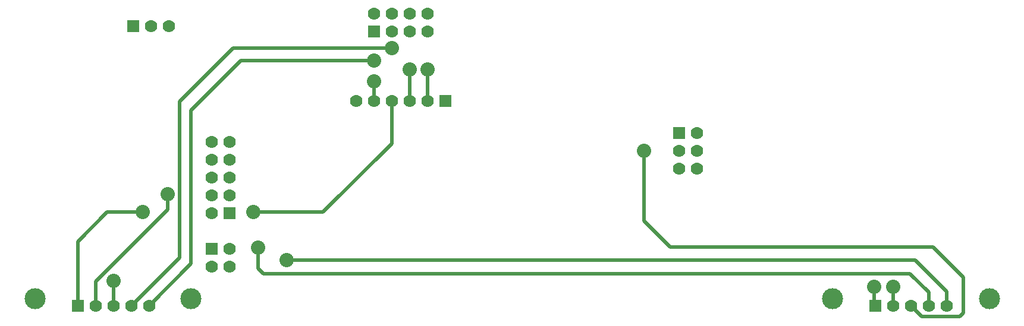
<source format=gbl>
%FSLAX24Y24*%
%MOIN*%
G70*
G01*
G75*
G04 Layer_Physical_Order=2*
G04 Layer_Color=16711680*
%ADD10C,0.0200*%
%ADD11C,0.0700*%
%ADD12R,0.0700X0.0700*%
%ADD13R,0.0700X0.0700*%
%ADD14C,0.0800*%
%ADD15C,0.1181*%
D10*
X61850Y31050D02*
X63550Y29350D01*
X47100Y31050D02*
X61850D01*
X45650Y32500D02*
X47100Y31050D01*
X24300Y29550D02*
X60550D01*
X60850Y30300D02*
X62600Y28550D01*
X25600Y30300D02*
X60850D01*
X13900Y27750D02*
Y31350D01*
X15550Y33000D01*
X17500D01*
X14900Y27750D02*
Y29100D01*
X18950Y33150D01*
Y34000D01*
X31500Y36850D02*
Y39250D01*
X27650Y33000D02*
X31500Y36850D01*
X23500Y33000D02*
X23750D01*
X27650D01*
X16900Y27750D02*
X19600Y30450D01*
Y39200D01*
X17900Y27750D02*
X20250Y30100D01*
Y38700D01*
X32500Y39250D02*
Y41000D01*
X33500Y39250D02*
Y41000D01*
X19600Y39200D02*
X22600Y42200D01*
X31500D01*
X30500Y39250D02*
Y40350D01*
X20250Y38700D02*
X23050Y41500D01*
X30350D01*
X30500Y41650D01*
X15900Y27750D02*
Y29150D01*
X24000Y29850D02*
Y31000D01*
X61600Y27750D02*
Y28500D01*
X62600Y27750D02*
Y28550D01*
X60600Y27750D02*
X61200Y27150D01*
X63350D01*
X63550Y27350D01*
Y29350D01*
X45650Y32500D02*
Y36450D01*
X24000Y29850D02*
X24300Y29550D01*
X60550D02*
X61600Y28500D01*
X58550Y27800D02*
Y28800D01*
X59600Y27750D02*
Y28800D01*
D11*
X48600Y35450D02*
D03*
X47600D02*
D03*
X48600Y36450D02*
D03*
X47600D02*
D03*
X48600Y37450D02*
D03*
X30500Y44150D02*
D03*
X31500Y43150D02*
D03*
Y44150D02*
D03*
X32500Y43150D02*
D03*
Y44150D02*
D03*
X33500Y43150D02*
D03*
Y44150D02*
D03*
X21400Y32950D02*
D03*
X22400Y33950D02*
D03*
X21400D02*
D03*
X22400Y34950D02*
D03*
X21400D02*
D03*
X22400Y35950D02*
D03*
X21400D02*
D03*
X22400Y36950D02*
D03*
X21400D02*
D03*
X17900Y27750D02*
D03*
X16900D02*
D03*
X15900D02*
D03*
X14900D02*
D03*
X62600D02*
D03*
X61600D02*
D03*
X60600D02*
D03*
X59600D02*
D03*
X33500Y39250D02*
D03*
X32500D02*
D03*
X31500D02*
D03*
X30500D02*
D03*
X29500D02*
D03*
X18000Y43450D02*
D03*
X19000D02*
D03*
X22400Y30950D02*
D03*
X21400Y29950D02*
D03*
X22400D02*
D03*
D12*
X47600Y37450D02*
D03*
X22400Y32950D02*
D03*
X21400Y30950D02*
D03*
D13*
X30500Y43150D02*
D03*
X13900Y27750D02*
D03*
X58600D02*
D03*
X34500Y39250D02*
D03*
X17000Y43450D02*
D03*
D14*
X25600Y30300D02*
D03*
X18950Y34000D02*
D03*
X17550Y33000D02*
D03*
X23750D02*
D03*
X32500Y41000D02*
D03*
X33500D02*
D03*
X31500Y42200D02*
D03*
X30500Y40350D02*
D03*
Y41500D02*
D03*
X15900Y29150D02*
D03*
X24000Y31000D02*
D03*
X45650Y36450D02*
D03*
X58550Y28800D02*
D03*
X59600D02*
D03*
D15*
X11500Y28150D02*
D03*
X20250D02*
D03*
X65000D02*
D03*
X56200D02*
D03*
M02*

</source>
